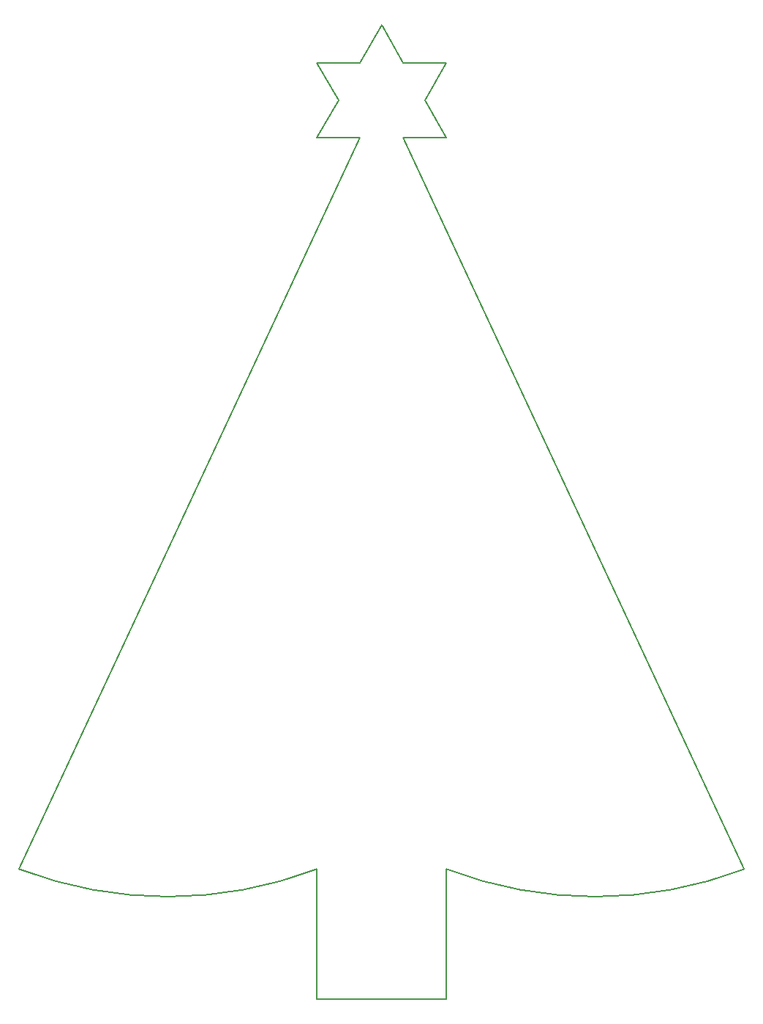
<source format=gm1>
G04 #@! TF.GenerationSoftware,KiCad,Pcbnew,7.0.9*
G04 #@! TF.CreationDate,2023-11-12T20:37:04+01:00*
G04 #@! TF.ProjectId,christmas_ornament_2023,63687269-7374-46d6-9173-5f6f726e616d,1.0*
G04 #@! TF.SameCoordinates,Original*
G04 #@! TF.FileFunction,Profile,NP*
%FSLAX46Y46*%
G04 Gerber Fmt 4.6, Leading zero omitted, Abs format (unit mm)*
G04 Created by KiCad (PCBNEW 7.0.9) date 2023-11-12 20:37:04*
%MOMM*%
%LPD*%
G01*
G04 APERTURE LIST*
G04 #@! TA.AperFunction,Profile*
%ADD10C,0.200000*%
G04 #@! TD*
G04 APERTURE END LIST*
D10*
X100069755Y-34500950D02*
X97569755Y-38830950D01*
X85069755Y-43161050D02*
X90060965Y-43161050D01*
X95078545Y-43161050D02*
X100069755Y-43161050D01*
X100069755Y-142780950D02*
X85069755Y-142780950D01*
X100069358Y-127780827D02*
G75*
G03*
X134537437Y-127780944I17234192J44999877D01*
G01*
X92569755Y-30170950D02*
X95069755Y-34500950D01*
X85069755Y-34500950D02*
X90069755Y-34500950D01*
X90069755Y-34500950D02*
X92569755Y-30170950D01*
X100069755Y-127780950D02*
X100069755Y-142780950D01*
X97569755Y-38830950D02*
X100069755Y-43161050D01*
X85069755Y-43161050D02*
X87569755Y-38830950D01*
X85069755Y-142780950D02*
X85069755Y-127780950D01*
X95069755Y-34500950D02*
X100069755Y-34500950D01*
X95078545Y-43161050D02*
X134537455Y-127780950D01*
X87569755Y-38830950D02*
X85069755Y-34500950D01*
X50601758Y-127780827D02*
G75*
G03*
X85069837Y-127780944I17234192J44999877D01*
G01*
X90060965Y-43161050D02*
X50602055Y-127780950D01*
M02*

</source>
